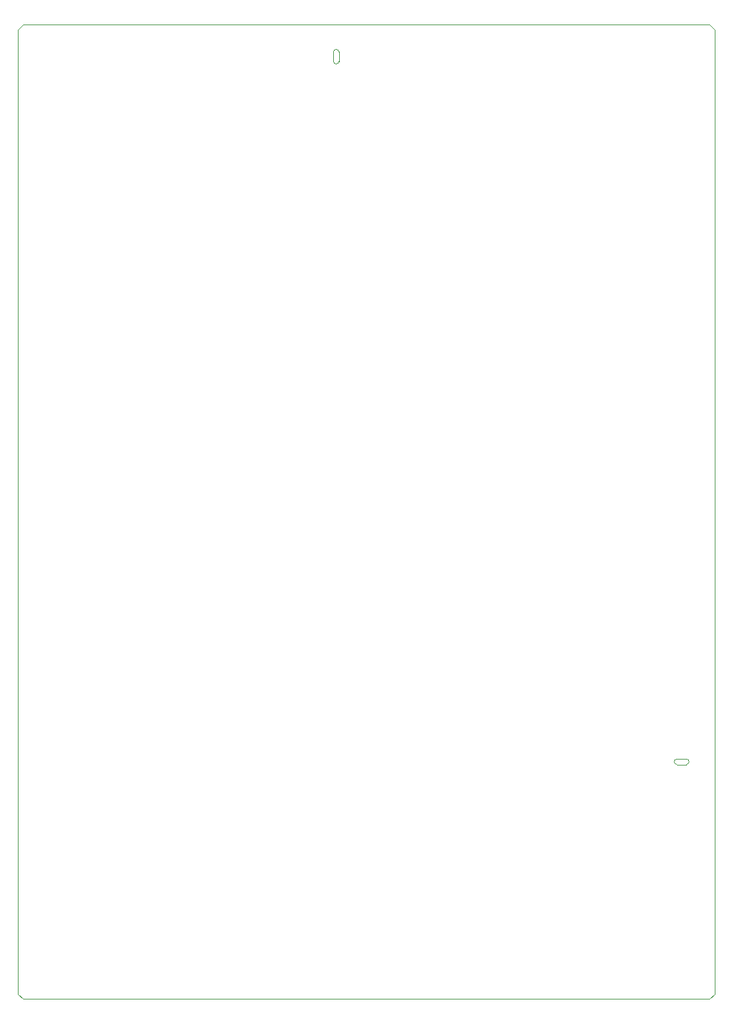
<source format=gbr>
G04 #@! TF.GenerationSoftware,KiCad,Pcbnew,(5.1.5)-3*
G04 #@! TF.CreationDate,2020-05-05T14:29:05+09:00*
G04 #@! TF.ProjectId,kt_sound_prototypeiface,6b745f73-6f75-46e6-945f-70726f746f74,rev?*
G04 #@! TF.SameCoordinates,Original*
G04 #@! TF.FileFunction,Profile,NP*
%FSLAX46Y46*%
G04 Gerber Fmt 4.6, Leading zero omitted, Abs format (unit mm)*
G04 Created by KiCad (PCBNEW (5.1.5)-3) date 2020-05-05 14:29:05*
%MOMM*%
%LPD*%
G04 APERTURE LIST*
%ADD10C,0.120000*%
%ADD11C,0.000100*%
G04 APERTURE END LIST*
D10*
X202272000Y-158030000D02*
X202907000Y-157395000D01*
X113880000Y-157395000D02*
X114515000Y-158030000D01*
X113880000Y-34205000D02*
X114515000Y-33570000D01*
X202272000Y-33570000D02*
X202907000Y-34205000D01*
X202272000Y-158030000D02*
X114515000Y-158030000D01*
X202907000Y-34205000D02*
X202907000Y-157395000D01*
X114515000Y-33570000D02*
X202272000Y-33570000D01*
X113880000Y-157395000D02*
X113880000Y-34205000D01*
D11*
X198113500Y-127360000D02*
X199313500Y-127360000D01*
X198113500Y-128060000D02*
X199313500Y-128060000D01*
X198113500Y-127360000D02*
G75*
G03X197763500Y-127710000I0J-350000D01*
G01*
X197763500Y-127710000D02*
G75*
G03X198113500Y-128060000I350000J0D01*
G01*
X199313500Y-128060000D02*
G75*
G03X199663500Y-127710000I0J350000D01*
G01*
X199663500Y-127710000D02*
G75*
G03X199313500Y-127360000I-350000J0D01*
G01*
X154203000Y-38234000D02*
X154203000Y-37034000D01*
X154903000Y-38234000D02*
X154903000Y-37034000D01*
X154203000Y-38234000D02*
G75*
G03X154553000Y-38584000I350000J0D01*
G01*
X154553000Y-38584000D02*
G75*
G03X154903000Y-38234000I0J350000D01*
G01*
X154903000Y-37034000D02*
G75*
G03X154553000Y-36684000I-350000J0D01*
G01*
X154553000Y-36684000D02*
G75*
G03X154203000Y-37034000I0J-350000D01*
G01*
M02*

</source>
